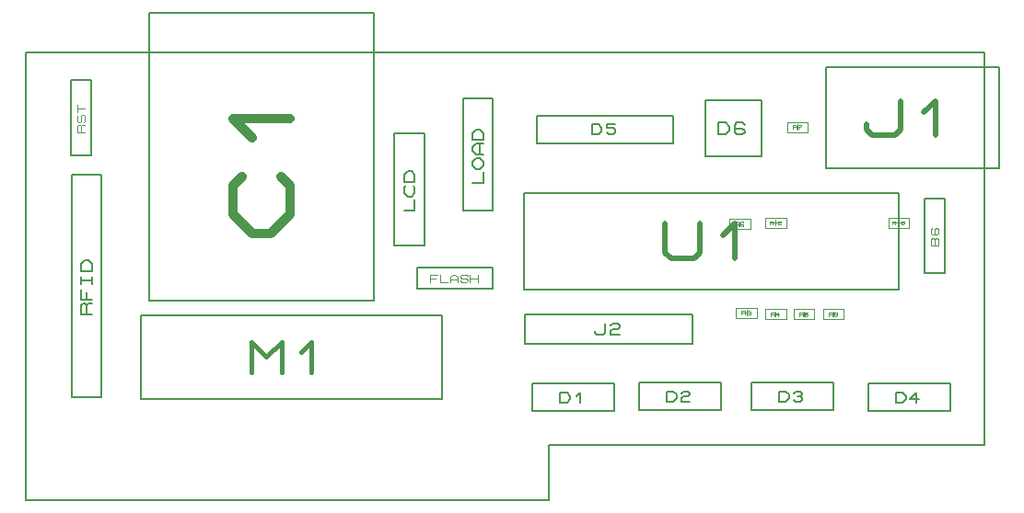
<source format=gbr>
G04 PROTEUS GERBER X2 FILE*
%TF.GenerationSoftware,Labcenter,Proteus,8.6-SP2-Build23525*%
%TF.CreationDate,2019-05-24T14:24:23+00:00*%
%TF.FileFunction,AssemblyDrawing,Top*%
%TF.FilePolarity,Positive*%
%TF.Part,Single*%
%FSLAX45Y45*%
%MOMM*%
G01*
%TA.AperFunction,Material*%
%ADD28C,0.203200*%
%ADD49C,0.883440*%
%ADD50C,0.114300*%
%ADD51C,0.164590*%
%ADD52C,0.462190*%
%ADD53C,0.533400*%
%ADD54C,0.152400*%
%ADD55C,0.050000*%
%ADD56C,0.057000*%
%ADD57C,0.048750*%
%ADD58C,0.530100*%
%ADD59C,0.171830*%
%TA.AperFunction,Profile*%
%ADD25C,0.203200*%
%TD.AperFunction*%
D28*
X-5760160Y+5269840D02*
X-3699840Y+5269840D01*
X-3699840Y+7920160D01*
X-5760160Y+7920160D01*
X-5760160Y+5269840D01*
D49*
X-4553312Y+6418312D02*
X-4464968Y+6329968D01*
X-4464968Y+6064936D01*
X-4641656Y+5888248D01*
X-4818344Y+5888248D01*
X-4995032Y+6064936D01*
X-4995032Y+6329968D01*
X-4906688Y+6418312D01*
X-4818344Y+6771688D02*
X-4995032Y+6948376D01*
X-4464968Y+6948376D01*
D28*
X-6485250Y+6614750D02*
X-6294750Y+6614750D01*
X-6294750Y+7305250D01*
X-6485250Y+7305250D01*
X-6485250Y+6614750D01*
D50*
X-6355710Y+6822840D02*
X-6424290Y+6822840D01*
X-6424290Y+6879990D01*
X-6412860Y+6891420D01*
X-6401430Y+6891420D01*
X-6390000Y+6879990D01*
X-6390000Y+6822840D01*
X-6390000Y+6879990D02*
X-6378570Y+6891420D01*
X-6355710Y+6891420D01*
X-6367140Y+6914280D02*
X-6355710Y+6925710D01*
X-6355710Y+6971430D01*
X-6367140Y+6982860D01*
X-6378570Y+6982860D01*
X-6390000Y+6971430D01*
X-6390000Y+6925710D01*
X-6401430Y+6914280D01*
X-6412860Y+6914280D01*
X-6424290Y+6925710D01*
X-6424290Y+6971430D01*
X-6412860Y+6982860D01*
X-6424290Y+7005720D02*
X-6424290Y+7074300D01*
X-6424290Y+7040010D02*
X-6355710Y+7040010D01*
D28*
X-3507160Y+5780840D02*
X-3232840Y+5780840D01*
X-3232840Y+6817160D01*
X-3507160Y+6817160D01*
X-3507160Y+5780840D01*
D51*
X-3419377Y+6101491D02*
X-3320622Y+6101491D01*
X-3320622Y+6200245D01*
X-3337081Y+6331918D02*
X-3320622Y+6315459D01*
X-3320622Y+6266082D01*
X-3353540Y+6233164D01*
X-3386459Y+6233164D01*
X-3419377Y+6266082D01*
X-3419377Y+6315459D01*
X-3402918Y+6331918D01*
X-3320622Y+6364837D02*
X-3419377Y+6364837D01*
X-3419377Y+6430673D01*
X-3386459Y+6463591D01*
X-3353540Y+6463591D01*
X-3320622Y+6430673D01*
X-3320622Y+6364837D01*
D28*
X-2877160Y+6100840D02*
X-2602840Y+6100840D01*
X-2602840Y+7137160D01*
X-2877160Y+7137160D01*
X-2877160Y+6100840D01*
D51*
X-2789377Y+6355654D02*
X-2690622Y+6355654D01*
X-2690622Y+6454408D01*
X-2756459Y+6487327D02*
X-2789377Y+6520245D01*
X-2789377Y+6553163D01*
X-2756459Y+6586081D01*
X-2723540Y+6586081D01*
X-2690622Y+6553163D01*
X-2690622Y+6520245D01*
X-2723540Y+6487327D01*
X-2756459Y+6487327D01*
X-2690622Y+6619000D02*
X-2756459Y+6619000D01*
X-2789377Y+6651918D01*
X-2789377Y+6684836D01*
X-2756459Y+6717754D01*
X-2690622Y+6717754D01*
X-2723540Y+6619000D02*
X-2723540Y+6717754D01*
X-2690622Y+6750673D02*
X-2789377Y+6750673D01*
X-2789377Y+6816509D01*
X-2756459Y+6849427D01*
X-2723540Y+6849427D01*
X-2690622Y+6816509D01*
X-2690622Y+6750673D01*
D28*
X-6477160Y+4384840D02*
X-6202840Y+4384840D01*
X-6202840Y+6437160D01*
X-6477160Y+6437160D01*
X-6477160Y+4384840D01*
D51*
X-6290622Y+5147654D02*
X-6389377Y+5147654D01*
X-6389377Y+5229949D01*
X-6372918Y+5246408D01*
X-6356459Y+5246408D01*
X-6340000Y+5229949D01*
X-6340000Y+5147654D01*
X-6340000Y+5229949D02*
X-6323540Y+5246408D01*
X-6290622Y+5246408D01*
X-6290622Y+5279327D02*
X-6389377Y+5279327D01*
X-6389377Y+5378081D01*
X-6340000Y+5279327D02*
X-6340000Y+5345163D01*
X-6389377Y+5427459D02*
X-6389377Y+5493295D01*
X-6389377Y+5460377D02*
X-6290622Y+5460377D01*
X-6290622Y+5427459D02*
X-6290622Y+5493295D01*
X-6290622Y+5542673D02*
X-6389377Y+5542673D01*
X-6389377Y+5608509D01*
X-6356459Y+5641427D01*
X-6323540Y+5641427D01*
X-6290622Y+5608509D01*
X-6290622Y+5542673D01*
D28*
X-5840160Y+4369840D02*
X-3069840Y+4369840D01*
X-3069840Y+5140160D01*
X-5840160Y+5140160D01*
X-5840160Y+4369840D01*
D52*
X-4824753Y+4616342D02*
X-4824753Y+4893657D01*
X-4686096Y+4755000D01*
X-4547439Y+4893657D01*
X-4547439Y+4616342D01*
X-4362562Y+4801219D02*
X-4270124Y+4893657D01*
X-4270124Y+4616342D01*
D28*
X-3295250Y+5384750D02*
X-2604750Y+5384750D01*
X-2604750Y+5575250D01*
X-3295250Y+5575250D01*
X-3295250Y+5384750D01*
D50*
X-3178600Y+5445710D02*
X-3178600Y+5514290D01*
X-3110020Y+5514290D01*
X-3178600Y+5480000D02*
X-3132880Y+5480000D01*
X-3087160Y+5514290D02*
X-3087160Y+5445710D01*
X-3018580Y+5445710D01*
X-2995720Y+5445710D02*
X-2995720Y+5491430D01*
X-2972860Y+5514290D01*
X-2950000Y+5514290D01*
X-2927140Y+5491430D01*
X-2927140Y+5445710D01*
X-2995720Y+5468570D02*
X-2927140Y+5468570D01*
X-2904280Y+5457140D02*
X-2892850Y+5445710D01*
X-2847130Y+5445710D01*
X-2835700Y+5457140D01*
X-2835700Y+5468570D01*
X-2847130Y+5480000D01*
X-2892850Y+5480000D01*
X-2904280Y+5491430D01*
X-2904280Y+5502860D01*
X-2892850Y+5514290D01*
X-2847130Y+5514290D01*
X-2835700Y+5502860D01*
X-2812840Y+5445710D02*
X-2812840Y+5514290D01*
X-2744260Y+5514290D02*
X-2744260Y+5445710D01*
X-2812840Y+5480000D02*
X-2744260Y+5480000D01*
D28*
X-2317660Y+5376500D02*
X+1131660Y+5376500D01*
X+1131660Y+6265500D01*
X-2317660Y+6265500D01*
X-2317660Y+5376500D01*
D53*
X-1019720Y+5981020D02*
X-1019720Y+5714320D01*
X-966380Y+5660980D01*
X-753020Y+5660980D01*
X-699680Y+5714320D01*
X-699680Y+5981020D01*
X-486320Y+5874340D02*
X-379640Y+5981020D01*
X-379640Y+5660980D01*
D28*
X-2239000Y+4253000D02*
X-1485000Y+4253000D01*
X-1485000Y+4507000D01*
X-2239000Y+4507000D01*
X-2239000Y+4253000D01*
D54*
X-1983920Y+4334280D02*
X-1983920Y+4425720D01*
X-1922960Y+4425720D01*
X-1892480Y+4395240D01*
X-1892480Y+4364760D01*
X-1922960Y+4334280D01*
X-1983920Y+4334280D01*
X-1831520Y+4395240D02*
X-1801040Y+4425720D01*
X-1801040Y+4334280D01*
D28*
X-1259000Y+4263000D02*
X-505000Y+4263000D01*
X-505000Y+4517000D01*
X-1259000Y+4517000D01*
X-1259000Y+4263000D01*
D54*
X-1003920Y+4344280D02*
X-1003920Y+4435720D01*
X-942960Y+4435720D01*
X-912480Y+4405240D01*
X-912480Y+4374760D01*
X-942960Y+4344280D01*
X-1003920Y+4344280D01*
X-866760Y+4420480D02*
X-851520Y+4435720D01*
X-805800Y+4435720D01*
X-790560Y+4420480D01*
X-790560Y+4405240D01*
X-805800Y+4390000D01*
X-851520Y+4390000D01*
X-866760Y+4374760D01*
X-866760Y+4344280D01*
X-790560Y+4344280D01*
D28*
X-229000Y+4263000D02*
X+525000Y+4263000D01*
X+525000Y+4517000D01*
X-229000Y+4517000D01*
X-229000Y+4263000D01*
D54*
X+26080Y+4344280D02*
X+26080Y+4435720D01*
X+87040Y+4435720D01*
X+117520Y+4405240D01*
X+117520Y+4374760D01*
X+87040Y+4344280D01*
X+26080Y+4344280D01*
X+163240Y+4420480D02*
X+178480Y+4435720D01*
X+224200Y+4435720D01*
X+239440Y+4420480D01*
X+239440Y+4405240D01*
X+224200Y+4390000D01*
X+239440Y+4374760D01*
X+239440Y+4359520D01*
X+224200Y+4344280D01*
X+178480Y+4344280D01*
X+163240Y+4359520D01*
X+193720Y+4390000D02*
X+224200Y+4390000D01*
D28*
X+851000Y+4253000D02*
X+1605000Y+4253000D01*
X+1605000Y+4507000D01*
X+851000Y+4507000D01*
X+851000Y+4253000D01*
D54*
X+1106080Y+4334280D02*
X+1106080Y+4425720D01*
X+1167040Y+4425720D01*
X+1197520Y+4395240D01*
X+1197520Y+4364760D01*
X+1167040Y+4334280D01*
X+1106080Y+4334280D01*
X+1319440Y+4364760D02*
X+1228000Y+4364760D01*
X+1288960Y+4425720D01*
X+1288960Y+4334280D01*
D28*
X-2199000Y+6723000D02*
X-945000Y+6723000D01*
X-945000Y+6977000D01*
X-2199000Y+6977000D01*
X-2199000Y+6723000D01*
D54*
X-1693920Y+6804280D02*
X-1693920Y+6895720D01*
X-1632960Y+6895720D01*
X-1602480Y+6865240D01*
X-1602480Y+6834760D01*
X-1632960Y+6804280D01*
X-1693920Y+6804280D01*
X-1480560Y+6895720D02*
X-1556760Y+6895720D01*
X-1556760Y+6865240D01*
X-1495800Y+6865240D01*
X-1480560Y+6850000D01*
X-1480560Y+6819520D01*
X-1495800Y+6804280D01*
X-1541520Y+6804280D01*
X-1556760Y+6819520D01*
D28*
X+1364750Y+5524750D02*
X+1555250Y+5524750D01*
X+1555250Y+6215250D01*
X+1364750Y+6215250D01*
X+1364750Y+5524750D01*
D50*
X+1494290Y+5778560D02*
X+1425710Y+5778560D01*
X+1425710Y+5835710D01*
X+1437140Y+5847140D01*
X+1448570Y+5847140D01*
X+1460000Y+5835710D01*
X+1471430Y+5847140D01*
X+1482860Y+5847140D01*
X+1494290Y+5835710D01*
X+1494290Y+5778560D01*
X+1460000Y+5778560D02*
X+1460000Y+5835710D01*
X+1437140Y+5938580D02*
X+1425710Y+5927150D01*
X+1425710Y+5892860D01*
X+1437140Y+5881430D01*
X+1482860Y+5881430D01*
X+1494290Y+5892860D01*
X+1494290Y+5927150D01*
X+1482860Y+5938580D01*
X+1471430Y+5938580D01*
X+1460000Y+5927150D01*
X+1460000Y+5881430D01*
D28*
X-2309160Y+4872840D02*
X-764840Y+4872840D01*
X-764840Y+5147160D01*
X-2309160Y+5147160D01*
X-2309160Y+4872840D01*
D51*
X-1668673Y+4993540D02*
X-1668673Y+4977081D01*
X-1652214Y+4960622D01*
X-1586378Y+4960622D01*
X-1569919Y+4977081D01*
X-1569919Y+5059377D01*
X-1520541Y+5042918D02*
X-1504082Y+5059377D01*
X-1454705Y+5059377D01*
X-1438246Y+5042918D01*
X-1438246Y+5026459D01*
X-1454705Y+5010000D01*
X-1504082Y+5010000D01*
X-1520541Y+4993540D01*
X-1520541Y+4960622D01*
X-1438246Y+4960622D01*
D55*
X-177000Y+5205000D02*
X-367000Y+5205000D01*
X-367000Y+5115000D01*
X-177000Y+5115000D01*
X-177000Y+5205000D01*
X-272000Y+5135000D02*
X-272000Y+5185000D01*
X-297000Y+5160000D02*
X-247000Y+5160000D01*
D56*
X-317600Y+5142900D02*
X-317600Y+5177100D01*
X-289100Y+5177100D01*
X-283400Y+5171400D01*
X-283400Y+5165700D01*
X-289100Y+5160000D01*
X-317600Y+5160000D01*
X-289100Y+5160000D02*
X-283400Y+5154300D01*
X-283400Y+5142900D01*
X-266300Y+5171400D02*
X-260600Y+5177100D01*
X-243500Y+5177100D01*
X-237800Y+5171400D01*
X-237800Y+5165700D01*
X-243500Y+5160000D01*
X-237800Y+5154300D01*
X-237800Y+5148600D01*
X-243500Y+5142900D01*
X-260600Y+5142900D01*
X-266300Y+5148600D01*
X-254900Y+5160000D02*
X-243500Y+5160000D01*
D55*
X+93000Y+5195000D02*
X-97000Y+5195000D01*
X-97000Y+5105000D01*
X+93000Y+5105000D01*
X+93000Y+5195000D01*
X-2000Y+5125000D02*
X-2000Y+5175000D01*
X-27000Y+5150000D02*
X+23000Y+5150000D01*
D56*
X-47600Y+5132900D02*
X-47600Y+5167100D01*
X-19100Y+5167100D01*
X-13400Y+5161400D01*
X-13400Y+5155700D01*
X-19100Y+5150000D01*
X-47600Y+5150000D01*
X-19100Y+5150000D02*
X-13400Y+5144300D01*
X-13400Y+5132900D01*
X+32200Y+5144300D02*
X-2000Y+5144300D01*
X+20800Y+5167100D01*
X+20800Y+5132900D01*
D55*
X+353000Y+5195000D02*
X+163000Y+5195000D01*
X+163000Y+5105000D01*
X+353000Y+5105000D01*
X+353000Y+5195000D01*
X+258000Y+5125000D02*
X+258000Y+5175000D01*
X+233000Y+5150000D02*
X+283000Y+5150000D01*
D56*
X+212400Y+5132900D02*
X+212400Y+5167100D01*
X+240900Y+5167100D01*
X+246600Y+5161400D01*
X+246600Y+5155700D01*
X+240900Y+5150000D01*
X+212400Y+5150000D01*
X+240900Y+5150000D02*
X+246600Y+5144300D01*
X+246600Y+5132900D01*
X+292200Y+5167100D02*
X+263700Y+5167100D01*
X+263700Y+5155700D01*
X+286500Y+5155700D01*
X+292200Y+5150000D01*
X+292200Y+5138600D01*
X+286500Y+5132900D01*
X+269400Y+5132900D01*
X+263700Y+5138600D01*
D55*
X-237000Y+6025000D02*
X-427000Y+6025000D01*
X-427000Y+5935000D01*
X-237000Y+5935000D01*
X-237000Y+6025000D01*
X-332000Y+5955000D02*
X-332000Y+6005000D01*
X-357000Y+5980000D02*
X-307000Y+5980000D01*
D56*
X-377600Y+5962900D02*
X-377600Y+5997100D01*
X-349100Y+5997100D01*
X-343400Y+5991400D01*
X-343400Y+5985700D01*
X-349100Y+5980000D01*
X-377600Y+5980000D01*
X-349100Y+5980000D02*
X-343400Y+5974300D01*
X-343400Y+5962900D01*
X-297800Y+5991400D02*
X-303500Y+5997100D01*
X-320600Y+5997100D01*
X-326300Y+5991400D01*
X-326300Y+5968600D01*
X-320600Y+5962900D01*
X-303500Y+5962900D01*
X-297800Y+5968600D01*
X-297800Y+5974300D01*
X-303500Y+5980000D01*
X-326300Y+5980000D01*
D55*
X+623000Y+5195000D02*
X+433000Y+5195000D01*
X+433000Y+5105000D01*
X+623000Y+5105000D01*
X+623000Y+5195000D01*
X+528000Y+5125000D02*
X+528000Y+5175000D01*
X+503000Y+5150000D02*
X+553000Y+5150000D01*
D56*
X+482400Y+5132900D02*
X+482400Y+5167100D01*
X+510900Y+5167100D01*
X+516600Y+5161400D01*
X+516600Y+5155700D01*
X+510900Y+5150000D01*
X+482400Y+5150000D01*
X+510900Y+5150000D02*
X+516600Y+5144300D01*
X+516600Y+5132900D01*
X+562200Y+5155700D02*
X+556500Y+5150000D01*
X+539400Y+5150000D01*
X+533700Y+5155700D01*
X+533700Y+5161400D01*
X+539400Y+5167100D01*
X+556500Y+5167100D01*
X+562200Y+5161400D01*
X+562200Y+5138600D01*
X+556500Y+5132900D01*
X+539400Y+5132900D01*
D55*
X+1223000Y+6035000D02*
X+1033000Y+6035000D01*
X+1033000Y+5945000D01*
X+1223000Y+5945000D01*
X+1223000Y+6035000D01*
X+1128000Y+5965000D02*
X+1128000Y+6015000D01*
X+1103000Y+5990000D02*
X+1153000Y+5990000D01*
D57*
X+1069500Y+5975375D02*
X+1069500Y+6004625D01*
X+1093875Y+6004625D01*
X+1098750Y+5999750D01*
X+1098750Y+5994875D01*
X+1093875Y+5990000D01*
X+1069500Y+5990000D01*
X+1093875Y+5990000D02*
X+1098750Y+5985125D01*
X+1098750Y+5975375D01*
X+1118250Y+5994875D02*
X+1128000Y+6004625D01*
X+1128000Y+5975375D01*
X+1152375Y+5999750D02*
X+1157250Y+6004625D01*
X+1171875Y+6004625D01*
X+1176750Y+5999750D01*
X+1176750Y+5994875D01*
X+1171875Y+5990000D01*
X+1176750Y+5985125D01*
X+1176750Y+5980250D01*
X+1171875Y+5975375D01*
X+1157250Y+5975375D01*
X+1152375Y+5980250D01*
X+1162125Y+5990000D02*
X+1171875Y+5990000D01*
D55*
X+93000Y+6035000D02*
X-97000Y+6035000D01*
X-97000Y+5945000D01*
X+93000Y+5945000D01*
X+93000Y+6035000D01*
X-2000Y+5965000D02*
X-2000Y+6015000D01*
X-27000Y+5990000D02*
X+23000Y+5990000D01*
D57*
X-60500Y+5975375D02*
X-60500Y+6004625D01*
X-36125Y+6004625D01*
X-31250Y+5999750D01*
X-31250Y+5994875D01*
X-36125Y+5990000D01*
X-60500Y+5990000D01*
X-36125Y+5990000D02*
X-31250Y+5985125D01*
X-31250Y+5975375D01*
X-11750Y+5994875D02*
X-2000Y+6004625D01*
X-2000Y+5975375D01*
X+22375Y+5999750D02*
X+27250Y+6004625D01*
X+41875Y+6004625D01*
X+46750Y+5999750D01*
X+46750Y+5994875D01*
X+41875Y+5990000D01*
X+27250Y+5990000D01*
X+22375Y+5985125D01*
X+22375Y+5975375D01*
X+46750Y+5975375D01*
D28*
X+457840Y+6489840D02*
X+2048160Y+6489840D01*
X+2048160Y+7420160D01*
X+457840Y+7420160D01*
X+457840Y+6489840D01*
D58*
X+828916Y+6901989D02*
X+828916Y+6848978D01*
X+881926Y+6795968D01*
X+1093968Y+6795968D01*
X+1146979Y+6848978D01*
X+1146979Y+7114031D01*
X+1359021Y+7008010D02*
X+1465042Y+7114031D01*
X+1465042Y+6795968D01*
D28*
X-649748Y+6602252D02*
X-134252Y+6602252D01*
X-134252Y+7117748D01*
X-649748Y+7117748D01*
X-649748Y+6602252D01*
D59*
X-529465Y+6808450D02*
X-529465Y+6911549D01*
X-460733Y+6911549D01*
X-426367Y+6877183D01*
X-426367Y+6842816D01*
X-460733Y+6808450D01*
X-529465Y+6808450D01*
X-288902Y+6894366D02*
X-306085Y+6911549D01*
X-357634Y+6911549D01*
X-374817Y+6894366D01*
X-374817Y+6825633D01*
X-357634Y+6808450D01*
X-306085Y+6808450D01*
X-288902Y+6825633D01*
X-288902Y+6842816D01*
X-306085Y+6860000D01*
X-374817Y+6860000D01*
D55*
X+293000Y+6915000D02*
X+103000Y+6915000D01*
X+103000Y+6825000D01*
X+293000Y+6825000D01*
X+293000Y+6915000D01*
X+198000Y+6845000D02*
X+198000Y+6895000D01*
X+173000Y+6870000D02*
X+223000Y+6870000D01*
D56*
X+152400Y+6852900D02*
X+152400Y+6887100D01*
X+180900Y+6887100D01*
X+186600Y+6881400D01*
X+186600Y+6875700D01*
X+180900Y+6870000D01*
X+152400Y+6870000D01*
X+180900Y+6870000D02*
X+186600Y+6864300D01*
X+186600Y+6852900D01*
X+203700Y+6887100D02*
X+232200Y+6887100D01*
X+232200Y+6881400D01*
X+203700Y+6852900D01*
D25*
X-6900000Y+7560000D02*
X+1920000Y+7560000D01*
X-6900000Y+7560000D02*
X-6900000Y+3440000D01*
X+1920000Y+7560000D02*
X+1920000Y+3940000D01*
X-6900000Y+3440000D02*
X-2090000Y+3440000D01*
X-2090000Y+3940000D01*
X+1920000Y+3940000D01*
M02*

</source>
